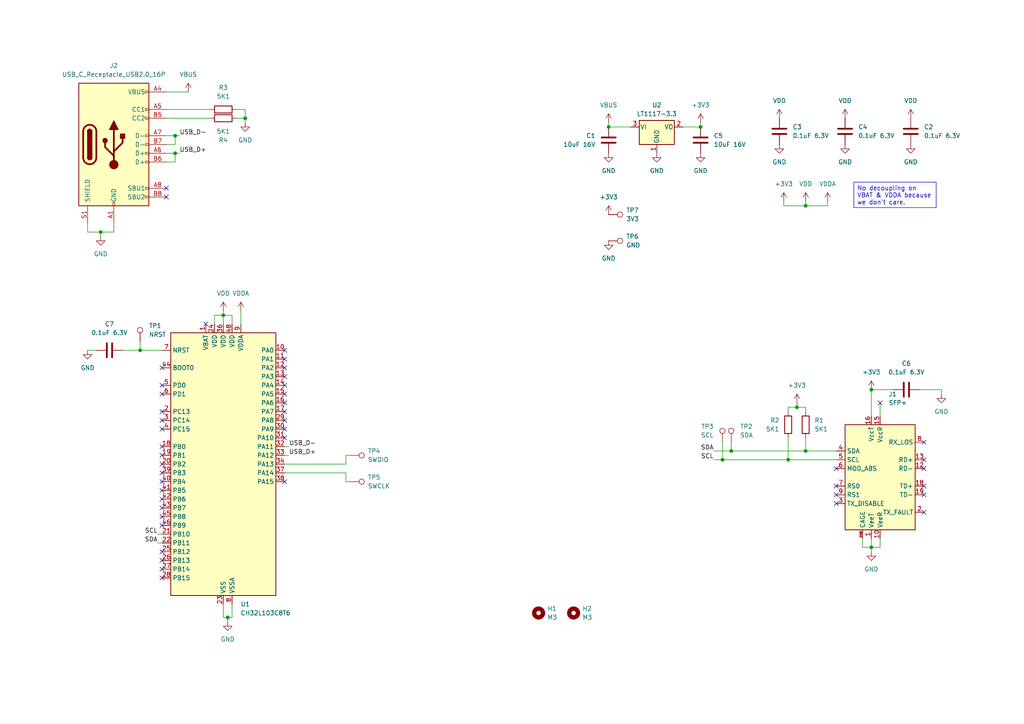
<source format=kicad_sch>
(kicad_sch (version 20250114) (generator "eeschema") (generator_version "9.0")
  (paper "A4")
  (title_block (title "SFP Stick") (date "2025-05-06") (rev "A") (company "B4CKSP4CE") (comment 1 "CERN-OHL-S") (comment 2 "@heyflo"))
  (lib_symbols
    (symbol "BKSP:MCU_CH32L103C8T6"
      (property "Reference" "U" (at -15.24 39.37 0))
      (property "Value" "CH32L103C8T6" (at 7.62 39.37 0))
      (symbol "MCU_CH32L103C8T6_0_1"
        (rectangle (start -15.24 -38.1) (end 15.24 38.1) (stroke (width 0.254)) (fill (type background)))
      )
      (symbol "MCU_CH32L103C8T6_1_1"
        (pin input line (at -17.78 33.02 0) (length 2.54) (name "NRST") (number "7"))
        (pin input line (at -17.78 27.94 0) (length 2.54) (name "BOOT0") (number "44"))
        (pin bidirectional line (at -17.78 22.86 0) (length 2.54) (name "PD0") (number "5"))
        (pin bidirectional line (at -17.78 20.32 0) (length 2.54) (name "PD1") (number "6"))
        (pin bidirectional line (at -17.78 15.24 0) (length 2.54) (name "PC13") (number "2"))
        (pin bidirectional line (at -17.78 12.7 0) (length 2.54) (name "PC14") (number "3"))
        (pin bidirectional line (at -17.78 10.16 0) (length 2.54) (name "PC15") (number "4"))
        (pin bidirectional line (at -17.78 5.08 0) (length 2.54) (name "PB0") (number "18"))
        (pin bidirectional line (at -17.78 2.54 0) (length 2.54) (name "PB1") (number "19"))
        (pin bidirectional line (at -17.78 0 0) (length 2.54) (name "PB2") (number "20"))
        (pin bidirectional line (at -17.78 -2.54 0) (length 2.54) (name "PB3") (number "39"))
        (pin bidirectional line (at -17.78 -5.08 0) (length 2.54) (name "PB4") (number "40"))
        (pin bidirectional line (at -17.78 -7.62 0) (length 2.54) (name "PB5") (number "41"))
        (pin bidirectional line (at -17.78 -10.16 0) (length 2.54) (name "PB6") (number "42"))
        (pin bidirectional line (at -17.78 -12.7 0) (length 2.54) (name "PB7") (number "43"))
        (pin bidirectional line (at -17.78 -15.24 0) (length 2.54) (name "PB8") (number "45"))
        (pin bidirectional line (at -17.78 -17.78 0) (length 2.54) (name "PB9") (number "46"))
        (pin bidirectional line (at -17.78 -20.32 0) (length 2.54) (name "PB10") (number "21"))
        (pin bidirectional line (at -17.78 -22.86 0) (length 2.54) (name "PB11") (number "22"))
        (pin bidirectional line (at -17.78 -25.4 0) (length 2.54) (name "PB12") (number "25"))
        (pin bidirectional line (at -17.78 -27.94 0) (length 2.54) (name "PB13") (number "26"))
        (pin bidirectional line (at -17.78 -30.48 0) (length 2.54) (name "PB14") (number "27"))
        (pin bidirectional line (at -17.78 -33.02 0) (length 2.54) (name "PB15") (number "28"))
        (pin power_in line (at -5.08 40.64 270) (length 2.54) (name "VBAT") (number "1"))
        (pin power_in line (at -2.54 40.64 270) (length 2.54) (name "VDD") (number "24"))
        (pin power_in line (at 0 40.64 270) (length 2.54) (name "VDD") (number "36"))
        (pin power_in line (at 0 -40.64 90) (length 2.54) (name "VSS") (number "23"))
        (pin passive line (at 0 -40.64 90) (length 2.54) (hide yes) (name "VSS") (number "35"))
        (pin passive line (at 0 -40.64 90) (length 2.54) (hide yes) (name "VSS") (number "47"))
        (pin power_in line (at 2.54 40.64 270) (length 2.54) (name "VDD") (number "48"))
        (pin power_in line (at 2.54 -40.64 90) (length 2.54) (name "VSSA") (number "8"))
        (pin power_in line (at 5.08 40.64 270) (length 2.54) (name "VDDA") (number "9"))
        (pin bidirectional line (at 17.78 33.02 180) (length 2.54) (name "PA0") (number "10"))
        (pin bidirectional line (at 17.78 30.48 180) (length 2.54) (name "PA1") (number "11"))
        (pin bidirectional line (at 17.78 27.94 180) (length 2.54) (name "PA2") (number "12"))
        (pin bidirectional line (at 17.78 25.4 180) (length 2.54) (name "PA3") (number "13"))
        (pin bidirectional line (at 17.78 22.86 180) (length 2.54) (name "PA4") (number "14"))
        (pin bidirectional line (at 17.78 20.32 180) (length 2.54) (name "PA5") (number "15"))
        (pin bidirectional line (at 17.78 17.78 180) (length 2.54) (name "PA6") (number "16"))
        (pin bidirectional line (at 17.78 15.24 180) (length 2.54) (name "PA7") (number "17"))
        (pin bidirectional line (at 17.78 12.7 180) (length 2.54) (name "PA8") (number "29"))
        (pin bidirectional line (at 17.78 10.16 180) (length 2.54) (name "PA9") (number "30"))
        (pin bidirectional line (at 17.78 7.62 180) (length 2.54) (name "PA10") (number "31"))
        (pin bidirectional line (at 17.78 5.08 180) (length 2.54) (name "PA11") (number "32"))
        (pin bidirectional line (at 17.78 2.54 180) (length 2.54) (name "PA12") (number "33"))
        (pin bidirectional line (at 17.78 0 180) (length 2.54) (name "PA13") (number "34"))
        (pin bidirectional line (at 17.78 -2.54 180) (length 2.54) (name "PA14") (number "37"))
        (pin bidirectional line (at 17.78 -5.08 180) (length 2.54) (name "PA15") (number "38"))
      )
    )
    (symbol "Connector:TestPoint" (pin_numbers (hide yes)) (pin_names (offset 0.762) (hide yes))
      (property "Reference" "TP" (at 0 6.858 0))
      (property "Value" "TestPoint" (at 0 5.08 0))
      (symbol "TestPoint_0_1"
        (circle (center 0 3.302) (radius 0.762))
      )
      (symbol "TestPoint_1_1"
        (pin passive line (at 0 0 90) (length 2.54) (name "1") (number "1"))
      )
    )
    (symbol "Connector:USB_C_Receptacle_USB2.0_16P" (pin_names (offset 1.016))
      (property "Reference" "J" (at 0 22.225 0))
      (property "Value" "USB_C_Receptacle_USB2.0_16P" (at 0 19.685 0))
      (symbol "USB_C_Receptacle_USB2.0_16P_0_0"
        (rectangle (start -0.254 -17.78) (end 0.254 -16.764))
        (rectangle (start 10.16 15.494) (end 9.144 14.986))
        (rectangle (start 10.16 10.414) (end 9.144 9.906))
        (rectangle (start 10.16 7.874) (end 9.144 7.366))
        (rectangle (start 10.16 2.794) (end 9.144 2.286))
        (rectangle (start 10.16 0.254) (end 9.144 -0.254))
        (rectangle (start 10.16 -2.286) (end 9.144 -2.794))
        (rectangle (start 10.16 -4.826) (end 9.144 -5.334))
        (rectangle (start 10.16 -12.446) (end 9.144 -12.954))
        (rectangle (start 10.16 -14.986) (end 9.144 -15.494))
      )
      (symbol "USB_C_Receptacle_USB2.0_16P_0_1"
        (rectangle (start -10.16 17.78) (end 10.16 -17.78) (stroke (width 0.254)) (fill (type background)))
        (polyline (pts (xy -8.89 -3.81) (xy -8.89 3.81)) (stroke (width 0.508)))
        (rectangle (start -7.62 -3.81) (end -6.35 3.81) (stroke (width 0.254)) (fill (type outline)))
        (arc (start -7.62 3.81) (mid -6.985 4.4423) (end -6.35 3.81) (stroke (width 0.254)))
        (arc (start -7.62 3.81) (mid -6.985 4.4423) (end -6.35 3.81) (stroke (width 0.254)) (fill (type outline)))
        (arc (start -8.89 3.81) (mid -6.985 5.7067) (end -5.08 3.81) (stroke (width 0.508)))
        (arc (start -5.08 -3.81) (mid -6.985 -5.7067) (end -8.89 -3.81) (stroke (width 0.508)))
        (arc (start -6.35 -3.81) (mid -6.985 -4.4423) (end -7.62 -3.81) (stroke (width 0.254)))
        (arc (start -6.35 -3.81) (mid -6.985 -4.4423) (end -7.62 -3.81) (stroke (width 0.254)) (fill (type outline)))
        (polyline (pts (xy -5.08 3.81) (xy -5.08 -3.81)) (stroke (width 0.508)))
        (circle (center -2.54 1.143) (radius 0.635) (stroke (width 0.254)) (fill (type outline)))
        (polyline (pts (xy -1.27 4.318) (xy 0 6.858) (xy 1.27 4.318) (xy -1.27 4.318)) (stroke (width 0.254)) (fill (type outline)))
        (polyline (pts (xy 0 -2.032) (xy 2.54 0.508) (xy 2.54 1.778)) (stroke (width 0.508)))
        (polyline (pts (xy 0 -3.302) (xy -2.54 -0.762) (xy -2.54 0.508)) (stroke (width 0.508)))
        (polyline (pts (xy 0 -5.842) (xy 0 4.318)) (stroke (width 0.508)))
        (circle (center 0 -5.842) (radius 1.27) (fill (type outline)))
        (rectangle (start 1.905 1.778) (end 3.175 3.048) (stroke (width 0.254)) (fill (type outline)))
      )
      (symbol "USB_C_Receptacle_USB2.0_16P_1_1"
        (pin passive line (at -7.62 -22.86 90) (length 5.08) (name "SHIELD") (number "S1"))
        (pin passive line (at 0 -22.86 90) (length 5.08) (name "GND") (number "A1"))
        (pin passive line (at 0 -22.86 90) (length 5.08) (hide yes) (name "GND") (number "A12"))
        (pin passive line (at 0 -22.86 90) (length 5.08) (hide yes) (name "GND") (number "B1"))
        (pin passive line (at 0 -22.86 90) (length 5.08) (hide yes) (name "GND") (number "B12"))
        (pin passive line (at 15.24 15.24 180) (length 5.08) (name "VBUS") (number "A4"))
        (pin passive line (at 15.24 15.24 180) (length 5.08) (hide yes) (name "VBUS") (number "A9"))
        (pin passive line (at 15.24 15.24 180) (length 5.08) (hide yes) (name "VBUS") (number "B4"))
        (pin passive line (at 15.24 15.24 180) (length 5.08) (hide yes) (name "VBUS") (number "B9"))
        (pin bidirectional line (at 15.24 10.16 180) (length 5.08) (name "CC1") (number "A5"))
        (pin bidirectional line (at 15.24 7.62 180) (length 5.08) (name "CC2") (number "B5"))
        (pin bidirectional line (at 15.24 2.54 180) (length 5.08) (name "D-") (number "A7"))
        (pin bidirectional line (at 15.24 0 180) (length 5.08) (name "D-") (number "B7"))
        (pin bidirectional line (at 15.24 -2.54 180) (length 5.08) (name "D+") (number "A6"))
        (pin bidirectional line (at 15.24 -5.08 180) (length 5.08) (name "D+") (number "B6"))
        (pin bidirectional line (at 15.24 -12.7 180) (length 5.08) (name "SBU1") (number "A8"))
        (pin bidirectional line (at 15.24 -15.24 180) (length 5.08) (name "SBU2") (number "B8"))
      )
    )
    (symbol "Device:C" (pin_numbers (hide yes)) (pin_names (offset 0.254))
      (property "Reference" "C" (at 0.635 2.54 0))
      (property "Value" "C" (at 0.635 -2.54 0))
      (symbol "C_0_1"
        (polyline (pts (xy -2.032 0.762) (xy 2.032 0.762)) (stroke (width 0.508)))
        (polyline (pts (xy -2.032 -0.762) (xy 2.032 -0.762)) (stroke (width 0.508)))
      )
      (symbol "C_1_1"
        (pin passive line (at 0 3.81 270) (length 2.794) (name "~") (number "1"))
        (pin passive line (at 0 -3.81 90) (length 2.794) (name "~") (number "2"))
      )
    )
    (symbol "Device:R" (pin_numbers (hide yes)) (pin_names (offset 0))
      (property "Reference" "R" (at 2.032 0 90))
      (property "Value" "R" (at 0 0 90))
      (symbol "R_0_1"
        (rectangle (start -1.016 -2.54) (end 1.016 2.54) (stroke (width 0.254)))
      )
      (symbol "R_1_1"
        (pin passive line (at 0 3.81 270) (length 1.27) (name "~") (number "1"))
        (pin passive line (at 0 -3.81 90) (length 1.27) (name "~") (number "2"))
      )
    )
    (symbol "Interface_Optical:SFP+"
      (property "Reference" "J" (at -8.89 16.51 0))
      (property "Value" "SFP+" (at 11.43 16.51 0))
      (symbol "SFP+_0_0"
        (rectangle (start -10.16 15.24) (end 10.16 -15.24) (stroke (width 0.254)) (fill (type background)))
      )
      (symbol "SFP+_1_1"
        (pin bidirectional line (at -12.7 7.62 0) (length 2.54) (name "SDA") (number "4"))
        (pin input line (at -12.7 5.08 0) (length 2.54) (name "SCL") (number "5"))
        (pin passive line (at -12.7 2.54 0) (length 2.54) (name "MOD_ABS") (number "6"))
        (pin input line (at -12.7 -2.54 0) (length 2.54) (name "RS0") (number "7"))
        (pin input line (at -12.7 -5.08 0) (length 2.54) (name "RS1") (number "9"))
        (pin input line (at -12.7 -7.62 0) (length 2.54) (name "TX_DISABLE") (number "3"))
        (pin passive line (at -5.08 -17.78 90) (length 2.54) (name "CAGE") (number "CAGE"))
        (pin power_in line (at -2.54 17.78 270) (length 2.54) (name "VccT") (number "16"))
        (pin power_in line (at -2.54 -17.78 90) (length 2.54) (name "VeeT") (number "1"))
        (pin passive line (at -2.54 -17.78 90) (length 2.54) (hide yes) (name "VeeT") (number "17"))
        (pin passive line (at -2.54 -17.78 90) (length 2.54) (hide yes) (name "VeeT") (number "20"))
        (pin power_in line (at 0 17.78 270) (length 2.54) (name "VccR") (number "15"))
        (pin power_in line (at 0 -17.78 90) (length 2.54) (name "VeeR") (number "10"))
        (pin passive line (at 0 -17.78 90) (length 2.54) (hide yes) (name "VeeR") (number "11"))
        (pin passive line (at 0 -17.78 90) (length 2.54) (hide yes) (name "VeeR") (number "14"))
        (pin open_collector line (at 12.7 10.16 180) (length 2.54) (name "RX_LOS") (number "8"))
        (pin output line (at 12.7 5.08 180) (length 2.54) (name "RD+") (number "13"))
        (pin output line (at 12.7 2.54 180) (length 2.54) (name "RD-") (number "12"))
        (pin input line (at 12.7 -2.54 180) (length 2.54) (name "TD+") (number "18"))
        (pin input line (at 12.7 -5.08 180) (length 2.54) (name "TD-") (number "19"))
        (pin open_collector line (at 12.7 -10.16 180) (length 2.54) (name "TX_FAULT") (number "2"))
      )
    )
    (symbol "Mechanical:MountingHole" (pin_names (offset 1.016)) (in_bom no)
      (property "Reference" "H" (at 0 5.08 0))
      (property "Value" "MountingHole" (at 0 3.175 0))
      (symbol "MountingHole_0_1"
        (circle (center 0 0) (radius 1.27) (stroke (width 1.27)))
      )
    )
    (symbol "Regulator_Linear:LT1117-3.3" (pin_names (offset 0.254))
      (property "Reference" "U" (at -3.81 3.175 0))
      (property "Value" "LT1117-3.3" (at 0 3.175 0))
      (symbol "LT1117-3.3_0_1"
        (rectangle (start -5.08 -5.08) (end 5.08 1.905) (stroke (width 0.254)) (fill (type background)))
      )
      (symbol "LT1117-3.3_1_1"
        (pin power_in line (at -7.62 0 0) (length 2.54) (name "VI") (number "3"))
        (pin power_in line (at 0 -7.62 90) (length 2.54) (name "GND") (number "1"))
        (pin power_out line (at 7.62 0 180) (length 2.54) (name "VO") (number "2"))
      )
    )
    (symbol "power:+3.3V" (power) (pin_numbers (hide yes)) (pin_names (offset 0) (hide yes))
      (property "Value" "+3.3V" (at 0 3.556 0))
      (symbol "+3.3V_0_1"
        (polyline (pts (xy -0.762 1.27) (xy 0 2.54)))
        (polyline (pts (xy 0 2.54) (xy 0.762 1.27)))
        (polyline (pts (xy 0 0) (xy 0 2.54)))
      )
      (symbol "+3.3V_1_1"
        (pin power_in line (at 0 0 90) (length 0) (name "~") (number "1"))
      )
    )
    (symbol "power:+3V3" (power) (pin_numbers (hide yes)) (pin_names (offset 0) (hide yes))
      (property "Value" "+3V3" (at 0 3.556 0))
      (symbol "+3V3_0_1"
        (polyline (pts (xy -0.762 1.27) (xy 0 2.54)))
        (polyline (pts (xy 0 2.54) (xy 0.762 1.27)))
        (polyline (pts (xy 0 0) (xy 0 2.54)))
      )
      (symbol "+3V3_1_1"
        (pin power_in line (at 0 0 90) (length 0) (name "~") (number "1"))
      )
    )
    (symbol "power:GND" (power) (pin_numbers (hide yes)) (pin_names (offset 0) (hide yes))
      (property "Value" "GND" (at 0 -3.81 0))
      (symbol "GND_0_1"
        (polyline (pts (xy 0 0) (xy 0 -1.27) (xy 1.27 -1.27) (xy 0 -2.54) (xy -1.27 -1.27) (xy 0 -1.27)))
      )
      (symbol "GND_1_1"
        (pin power_in line (at 0 0 270) (length 0) (name "~") (number "1"))
      )
    )
    (symbol "power:VBUS" (power) (pin_numbers (hide yes)) (pin_names (offset 0) (hide yes))
      (property "Value" "VBUS" (at 0 3.556 0))
      (symbol "VBUS_0_1"
        (polyline (pts (xy -0.762 1.27) (xy 0 2.54)))
        (polyline (pts (xy 0 2.54) (xy 0.762 1.27)))
        (polyline (pts (xy 0 0) (xy 0 2.54)))
      )
      (symbol "VBUS_1_1"
        (pin power_in line (at 0 0 90) (length 0) (name "~") (number "1"))
      )
    )
    (symbol "power:VDD" (power) (pin_numbers (hide yes)) (pin_names (offset 0) (hide yes))
      (property "Value" "VDD" (at 0 3.556 0))
      (symbol "VDD_0_1"
        (polyline (pts (xy -0.762 1.27) (xy 0 2.54)))
        (polyline (pts (xy 0 2.54) (xy 0.762 1.27)))
        (polyline (pts (xy 0 0) (xy 0 2.54)))
      )
      (symbol "VDD_1_1"
        (pin power_in line (at 0 0 90) (length 0) (name "~") (number "1"))
      )
    )
    (symbol "power:VDDA" (power) (pin_numbers (hide yes)) (pin_names (offset 0) (hide yes))
      (property "Value" "VDDA" (at 0 3.556 0))
      (symbol "VDDA_0_1"
        (polyline (pts (xy -0.762 1.27) (xy 0 2.54)))
        (polyline (pts (xy 0 2.54) (xy 0.762 1.27)))
        (polyline (pts (xy 0 0) (xy 0 2.54)))
      )
      (symbol "VDDA_1_1"
        (pin power_in line (at 0 0 90) (length 0) (name "~") (number "1"))
      )
    )
  )
  (text_box "No decoupling on VBAT & VDDA because we don't care." (at 247.65 52.832 0) (size 23.876 7.366) (margins 0.9525 0.9525 0.9525 0.9525) (effects (font (size 1.27 1.27)) (justify left top)))
  (junction (at 64.77 91.44))
  (junction (at 66.04 179.07))
  (junction (at 233.68 130.81))
  (junction (at 176.53 36.83))
  (junction (at 203.2 36.83))
  (junction (at 29.21 67.31))
  (junction (at 209.55 133.35))
  (junction (at 40.64 101.6))
  (junction (at 233.68 59.69))
  (junction (at 228.6 133.35))
  (junction (at 50.8 39.37))
  (junction (at 231.14 118.11))
  (junction (at 252.73 113.03))
  (junction (at 50.8 44.45))
  (junction (at 252.73 158.75))
  (junction (at 212.09 130.81))
  (junction (at 71.12 34.29))
  (no_connect (at 46.99 129.54))
  (no_connect (at 82.55 111.76))
  (no_connect (at 82.55 116.84))
  (no_connect (at 46.99 119.38))
  (no_connect (at 82.55 109.22))
  (no_connect (at 46.99 162.56))
  (no_connect (at 46.99 139.7))
  (no_connect (at 267.97 148.59))
  (no_connect (at 267.97 135.89))
  (no_connect (at 46.99 160.02))
  (no_connect (at 46.99 132.08))
  (no_connect (at 82.55 121.92))
  (no_connect (at 46.99 137.16))
  (no_connect (at 48.26 57.15))
  (no_connect (at 46.99 106.68))
  (no_connect (at 82.55 101.6))
  (no_connect (at 267.97 128.27))
  (no_connect (at 242.57 135.89))
  (no_connect (at 82.55 104.14))
  (no_connect (at 242.57 140.97))
  (no_connect (at 82.55 139.7))
  (no_connect (at 267.97 133.35))
  (no_connect (at 82.55 106.68))
  (no_connect (at 59.69 93.98))
  (no_connect (at 46.99 144.78))
  (no_connect (at 46.99 142.24))
  (no_connect (at 267.97 140.97))
  (no_connect (at 46.99 111.76))
  (no_connect (at 82.55 114.3))
  (no_connect (at 46.99 124.46))
  (no_connect (at 46.99 167.64))
  (no_connect (at 46.99 134.62))
  (no_connect (at 48.26 54.61))
  (no_connect (at 46.99 121.92))
  (no_connect (at 242.57 143.51))
  (no_connect (at 82.55 124.46))
  (no_connect (at 46.99 114.3))
  (no_connect (at 82.55 127))
  (no_connect (at 242.57 146.05))
  (no_connect (at 46.99 165.1))
  (no_connect (at 255.27 116.84))
  (no_connect (at 46.99 152.4))
  (no_connect (at 46.99 147.32))
  (no_connect (at 46.99 149.86))
  (no_connect (at 267.97 143.51))
  (no_connect (at 82.55 119.38))
  (wire (pts (xy 50.8 41.91) (xy 50.8 39.37)))
  (wire (pts (xy 176.53 35.56) (xy 176.53 36.83)))
  (wire (pts (xy 212.09 128.27) (xy 212.09 130.81)))
  (wire (pts (xy 255.27 156.21) (xy 255.27 158.75)))
  (wire (pts (xy 198.12 36.83) (xy 203.2 36.83)))
  (wire (pts (xy 228.6 119.38) (xy 228.6 118.11)))
  (wire (pts (xy 67.31 175.26) (xy 67.31 179.07)))
  (wire (pts (xy 25.4 101.6) (xy 27.94 101.6)))
  (wire (pts (xy 212.09 130.81) (xy 233.68 130.81)))
  (wire (pts (xy 50.8 39.37) (xy 52.07 39.37)))
  (wire (pts (xy 33.02 67.31) (xy 29.21 67.31)))
  (wire (pts (xy 48.26 44.45) (xy 50.8 44.45)))
  (wire (pts (xy 233.68 118.11) (xy 231.14 118.11)))
  (wire (pts (xy 67.31 91.44) (xy 64.77 91.44)))
  (wire (pts (xy 233.68 59.69) (xy 240.03 59.69)))
  (wire (pts (xy 50.8 44.45) (xy 50.8 46.99)))
  (wire (pts (xy 255.27 158.75) (xy 252.73 158.75)))
  (wire (pts (xy 101.6 139.7) (xy 100.33 139.7)))
  (wire (pts (xy 233.68 58.42) (xy 233.68 59.69)))
  (wire (pts (xy 209.55 128.27) (xy 209.55 133.35)))
  (wire (pts (xy 25.4 67.31) (xy 29.21 67.31)))
  (wire (pts (xy 100.33 137.16) (xy 82.55 137.16)))
  (wire (pts (xy 209.55 133.35) (xy 228.6 133.35)))
  (wire (pts (xy 66.04 179.07) (xy 64.77 179.07)))
  (wire (pts (xy 203.2 35.56) (xy 203.2 36.83)))
  (wire (pts (xy 64.77 175.26) (xy 64.77 179.07)))
  (wire (pts (xy 66.04 180.34) (xy 66.04 179.07)))
  (wire (pts (xy 233.68 130.81) (xy 242.57 130.81)))
  (wire (pts (xy 48.26 39.37) (xy 50.8 39.37)))
  (wire (pts (xy 40.64 99.06) (xy 40.64 101.6)))
  (wire (pts (xy 83.82 129.54) (xy 82.55 129.54)))
  (wire (pts (xy 100.33 139.7) (xy 100.33 137.16)))
  (wire (pts (xy 33.02 64.77) (xy 33.02 67.31)))
  (wire (pts (xy 266.7 113.03) (xy 273.05 113.03)))
  (wire (pts (xy 207.01 133.35) (xy 209.55 133.35)))
  (wire (pts (xy 40.64 101.6) (xy 46.99 101.6)))
  (wire (pts (xy 48.26 31.75) (xy 60.96 31.75)))
  (wire (pts (xy 233.68 127) (xy 233.68 130.81)))
  (wire (pts (xy 68.58 34.29) (xy 71.12 34.29)))
  (wire (pts (xy 64.77 93.98) (xy 64.77 91.44)))
  (wire (pts (xy 255.27 116.84) (xy 255.27 120.65)))
  (wire (pts (xy 48.26 41.91) (xy 50.8 41.91)))
  (wire (pts (xy 62.23 91.44) (xy 62.23 93.98)))
  (wire (pts (xy 48.26 46.99) (xy 50.8 46.99)))
  (wire (pts (xy 100.33 134.62) (xy 82.55 134.62)))
  (wire (pts (xy 250.19 156.21) (xy 250.19 158.75)))
  (wire (pts (xy 45.72 157.48) (xy 46.99 157.48)))
  (wire (pts (xy 64.77 90.17) (xy 64.77 91.44)))
  (wire (pts (xy 273.05 114.3) (xy 273.05 113.03)))
  (wire (pts (xy 50.8 44.45) (xy 52.07 44.45)))
  (wire (pts (xy 35.56 101.6) (xy 40.64 101.6)))
  (wire (pts (xy 228.6 133.35) (xy 242.57 133.35)))
  (wire (pts (xy 69.85 90.17) (xy 69.85 93.98)))
  (wire (pts (xy 228.6 118.11) (xy 231.14 118.11)))
  (wire (pts (xy 68.58 31.75) (xy 71.12 31.75)))
  (wire (pts (xy 67.31 179.07) (xy 66.04 179.07)))
  (wire (pts (xy 29.21 67.31) (xy 29.21 68.58)))
  (wire (pts (xy 25.4 64.77) (xy 25.4 67.31)))
  (wire (pts (xy 45.72 154.94) (xy 46.99 154.94)))
  (wire (pts (xy 71.12 35.56) (xy 71.12 34.29)))
  (wire (pts (xy 227.33 59.69) (xy 233.68 59.69)))
  (wire (pts (xy 252.73 113.03) (xy 252.73 120.65)))
  (wire (pts (xy 233.68 119.38) (xy 233.68 118.11)))
  (wire (pts (xy 64.77 91.44) (xy 62.23 91.44)))
  (wire (pts (xy 67.31 93.98) (xy 67.31 91.44)))
  (wire (pts (xy 250.19 158.75) (xy 252.73 158.75)))
  (wire (pts (xy 231.14 118.11) (xy 231.14 116.84)))
  (wire (pts (xy 252.73 113.03) (xy 259.08 113.03)))
  (wire (pts (xy 252.73 156.21) (xy 252.73 158.75)))
  (wire (pts (xy 240.03 59.69) (xy 240.03 58.42)))
  (wire (pts (xy 227.33 58.42) (xy 227.33 59.69)))
  (wire (pts (xy 83.82 132.08) (xy 82.55 132.08)))
  (wire (pts (xy 54.61 26.67) (xy 48.26 26.67)))
  (wire (pts (xy 100.33 132.08) (xy 100.33 134.62)))
  (wire (pts (xy 71.12 31.75) (xy 71.12 34.29)))
  (wire (pts (xy 252.73 158.75) (xy 252.73 160.02)))
  (wire (pts (xy 228.6 127) (xy 228.6 133.35)))
  (wire (pts (xy 48.26 34.29) (xy 60.96 34.29)))
  (wire (pts (xy 101.6 132.08) (xy 100.33 132.08)))
  (wire (pts (xy 207.01 130.81) (xy 212.09 130.81)))
  (wire (pts (xy 182.88 36.83) (xy 176.53 36.83)))
  (label "SCL" (at 45.72 154.94 180))
  (label "SCL" (at 207.01 133.35 180))
  (label "SDA" (at 207.01 130.81 180))
  (label "USB_D-" (at 83.82 129.54 0))
  (label "USB_D+" (at 83.82 132.08 0))
  (label "USB_D-" (at 52.07 39.37 0))
  (label "SDA" (at 45.72 157.48 180))
  (label "USB_D+" (at 52.07 44.45 0))
  (symbol (lib_id "Device:C") (at 262.89 113.03 90) (unit 1)
    (property "Reference" "C6" (at 262.89 105.41 90))
    (property "Value" "0.1uF 6.3V" (at 262.89 107.95 90))
    (property "Footprint" "Capacitor_SMD:C_0805_2012Metric" (effects (hide yes)))
    (property "Description" "Unpolarized capacitor" (effects (hide yes)))
  )
  (symbol (lib_id "Connector:TestPoint") (at 209.55 128.27 0) (unit 1)
    (property "Reference" "TP3" (at 207.01 123.698 0) (effects (justify right)))
    (property "Value" "SCL" (at 207.01 126.238 0) (effects (justify right)))
    (property "Footprint" "TestPoint:TestPoint_Pad_1.5x1.5mm" (effects (hide yes)))
    (property "Description" "test point" (effects (hide yes)))
  )
  (symbol (lib_id "power:GND") (at 66.04 180.34 0) (unit 1)
    (property "Reference" "#PWR08" (effects (hide yes)))
    (property "Value" "GND" (at 66.04 185.42 0))
    (property "Description" "Power symbol creates a global label with name \"GND\" , ground" (effects (hide yes)))
  )
  (symbol (lib_id "power:+3.3V") (at 231.14 116.84 0) (unit 1)
    (property "Reference" "#PWR06" (effects (hide yes)))
    (property "Value" "+3V3" (at 231.14 111.76 0))
    (property "Description" "Power symbol creates a global label with name \"+3.3V\"" (effects (hide yes)))
  )
  (symbol (lib_id "power:VDD") (at 264.16 34.29 0) (unit 1)
    (property "Reference" "#PWR022" (effects (hide yes)))
    (property "Value" "VDD" (at 264.16 29.21 0))
    (property "Description" "Power symbol creates a global label with name \"VDD\"" (effects (hide yes)))
  )
  (symbol (lib_id "power:VBUS") (at 54.61 26.67 0) (unit 1)
    (property "Reference" "#PWR04" (effects (hide yes)))
    (property "Value" "VBUS" (at 54.61 21.59 0))
    (property "Description" "Power symbol creates a global label with name \"VBUS\"" (effects (hide yes)))
  )
  (symbol (lib_id "Device:C") (at 245.11 38.1 0) (unit 1)
    (property "Reference" "C4" (at 248.92 36.83 0) (effects (justify left)))
    (property "Value" "0.1uF 6.3V" (at 248.92 39.37 0) (effects (justify left)))
    (property "Footprint" "Capacitor_SMD:C_0805_2012Metric" (effects (hide yes)))
    (property "Description" "Unpolarized capacitor" (effects (hide yes)))
  )
  (symbol (lib_id "Device:R") (at 228.6 123.19 0) (mirror y) (unit 1)
    (property "Reference" "R2" (at 226.06 121.92 0) (effects (justify left)))
    (property "Value" "5K1" (at 226.06 124.46 0) (effects (justify left)))
    (property "Footprint" "Resistor_SMD:R_0805_2012Metric" (effects (hide yes)))
    (property "Description" "Resistor" (effects (hide yes)))
  )
  (symbol (lib_id "Mechanical:MountingHole") (at 166.37 177.8 0) (unit 1) (in_bom no)
    (property "Reference" "H2" (at 168.91 176.53 0) (effects (justify left)))
    (property "Value" "M3" (at 168.91 179.07 0) (effects (justify left)))
    (property "Footprint" "MountingHole:MountingHole_3.2mm_M3_ISO7380_Pad" (effects (hide yes)))
    (property "Description" "Mounting Hole without connection" (effects (hide yes)))
  )
  (symbol (lib_id "power:GND") (at 176.53 44.45 0) (unit 1)
    (property "Reference" "#PWR013" (effects (hide yes)))
    (property "Value" "GND" (at 176.53 49.53 0))
    (property "Description" "Power symbol creates a global label with name \"GND\" , ground" (effects (hide yes)))
  )
  (symbol (lib_id "Connector:TestPoint") (at 176.53 62.23 270) (unit 1)
    (property "Reference" "TP7" (at 181.61 60.96 90) (effects (justify left)))
    (property "Value" "3V3" (at 181.61 63.5 90) (effects (justify left)))
    (property "Footprint" "TestPoint:TestPoint_Pad_D1.5mm" (effects (hide yes)))
    (property "Description" "test point" (effects (hide yes)))
  )
  (symbol (lib_id "power:VDDA") (at 69.85 90.17 0) (unit 1)
    (property "Reference" "#PWR010" (effects (hide yes)))
    (property "Value" "VDDA" (at 69.85 85.09 0))
    (property "Description" "Power symbol creates a global label with name \"VDDA\"" (effects (hide yes)))
  )
  (symbol (lib_id "power:GND") (at 264.16 41.91 0) (unit 1)
    (property "Reference" "#PWR023" (effects (hide yes)))
    (property "Value" "GND" (at 264.16 46.99 0))
    (property "Description" "Power symbol creates a global label with name \"GND\" , ground" (effects (hide yes)))
  )
  (symbol (lib_id "Device:C") (at 203.2 40.64 0) (unit 1)
    (property "Reference" "C5" (at 207.01 39.37 0) (effects (justify left)))
    (property "Value" "10uF 16V" (at 207.01 41.91 0) (effects (justify left)))
    (property "Footprint" "Capacitor_SMD:C_0805_2012Metric" (effects (hide yes)))
    (property "Description" "Unpolarized capacitor" (effects (hide yes)))
  )
  (symbol (lib_id "Device:C") (at 226.06 38.1 0) (unit 1)
    (property "Reference" "C3" (at 229.87 36.83 0) (effects (justify left)))
    (property "Value" "0.1uF 6.3V" (at 229.87 39.37 0) (effects (justify left)))
    (property "Footprint" "Capacitor_SMD:C_0805_2012Metric" (effects (hide yes)))
    (property "Description" "Unpolarized capacitor" (effects (hide yes)))
  )
  (symbol (lib_id "Connector:TestPoint") (at 212.09 128.27 0) (mirror y) (unit 1)
    (property "Reference" "TP2" (at 214.63 123.698 0) (effects (justify right)))
    (property "Value" "SDA" (at 214.63 126.238 0) (effects (justify right)))
    (property "Footprint" "TestPoint:TestPoint_Pad_D1.5mm" (effects (hide yes)))
    (property "Description" "test point" (effects (hide yes)))
  )
  (symbol (lib_id "Device:R") (at 233.68 123.19 0) (unit 1)
    (property "Reference" "R1" (at 236.22 121.92 0) (effects (justify left)))
    (property "Value" "5K1" (at 236.22 124.46 0) (effects (justify left)))
    (property "Footprint" "Resistor_SMD:R_0805_2012Metric" (effects (hide yes)))
    (property "Description" "Resistor" (effects (hide yes)))
  )
  (symbol (lib_id "Connector:TestPoint") (at 101.6 139.7 270) (unit 1)
    (property "Reference" "TP5" (at 106.68 138.43 90) (effects (justify left)))
    (property "Value" "SWCLK" (at 106.68 140.97 90) (effects (justify left)))
    (property "Footprint" "TestPoint:TestPoint_Pad_1.5x1.5mm" (effects (hide yes)))
    (property "Description" "test point" (effects (hide yes)))
  )
  (symbol (lib_id "power:VBUS") (at 176.53 35.56 0) (unit 1)
    (property "Reference" "#PWR03" (effects (hide yes)))
    (property "Value" "VBUS" (at 176.53 30.48 0))
    (property "Description" "Power symbol creates a global label with name \"VBUS\"" (effects (hide yes)))
  )
  (symbol (lib_id "Mechanical:MountingHole") (at 156.21 177.8 0) (unit 1) (in_bom no)
    (property "Reference" "H1" (at 158.75 176.53 0) (effects (justify left)))
    (property "Value" "M3" (at 158.75 179.07 0) (effects (justify left)))
    (property "Footprint" "MountingHole:MountingHole_3.2mm_M3_ISO7380_Pad" (effects (hide yes)))
    (property "Description" "Mounting Hole without connection" (effects (hide yes)))
  )
  (symbol (lib_id "power:GND") (at 245.11 41.91 0) (unit 1)
    (property "Reference" "#PWR021" (effects (hide yes)))
    (property "Value" "GND" (at 245.11 46.99 0))
    (property "Description" "Power symbol creates a global label with name \"GND\" , ground" (effects (hide yes)))
  )
  (symbol (lib_id "Interface_Optical:SFP+") (at 255.27 138.43 0) (unit 1)
    (property "Reference" "J1" (at 257.7163 114.3 0) (effects (justify left)))
    (property "Value" "SFP+" (at 257.7163 116.84 0) (effects (justify left)))
    (property "Footprint" "BKSP:Connector_SFP_NoCage" (effects (hide yes)))
    (property "Datasheet" "https://members.snia.org/document/dl/25892" (effects (hide yes)))
    (property "Description" "Connector for Small Form Factor Pluggable (SFP+) module, 10 Gbit/s, serial-to-serial data-agnostic optical transceiver" (effects (hide yes)))
  )
  (symbol (lib_id "power:GND") (at 176.53 69.85 0) (unit 1)
    (property "Reference" "#PWR027" (effects (hide yes)))
    (property "Value" "GND" (at 176.53 74.93 0))
    (property "Description" "Power symbol creates a global label with name \"GND\" , ground" (effects (hide yes)))
  )
  (symbol (lib_id "BKSP:MCU_CH32L103C8T6") (at 64.77 134.62 0) (unit 1)
    (property "Reference" "U1" (at 69.7563 175.26 0) (effects (justify left)))
    (property "Value" "CH32L103C8T6" (at 69.7563 177.8 0) (effects (justify left)))
    (property "Footprint" "Package_QFP:LQFP-48_7x7mm_P0.5mm" (effects (hide yes)))
    (property "Datasheet" "https://www.wch-ic.com/downloads/CH32L103DS0_PDF.html" (effects (hide yes)))
    (property "Description" "32-bit PDUSB Low-power MCU CH32L103" (effects (hide yes)))
  )
  (symbol (lib_id "power:GND") (at 71.12 35.56 0) (unit 1)
    (property "Reference" "#PWR07" (effects (hide yes)))
    (property "Value" "GND" (at 71.12 40.64 0))
    (property "Description" "Power symbol creates a global label with name \"GND\" , ground" (effects (hide yes)))
  )
  (symbol (lib_id "Device:R") (at 64.77 34.29 90) (mirror x) (unit 1)
    (property "Reference" "R4" (at 64.77 40.64 90))
    (property "Value" "5K1" (at 64.77 38.1 90))
    (property "Footprint" "Resistor_SMD:R_0805_2012Metric" (effects (hide yes)))
    (property "Description" "Resistor" (effects (hide yes)))
  )
  (symbol (lib_id "power:GND") (at 273.05 114.3 0) (unit 1)
    (property "Reference" "#PWR02" (effects (hide yes)))
    (property "Value" "GND" (at 273.05 119.38 0))
    (property "Description" "Power symbol creates a global label with name \"GND\" , ground" (effects (hide yes)))
  )
  (symbol (lib_id "Device:C") (at 264.16 38.1 0) (unit 1)
    (property "Reference" "C2" (at 267.97 36.83 0) (effects (justify left)))
    (property "Value" "0.1uF 6.3V" (at 267.97 39.37 0) (effects (justify left)))
    (property "Footprint" "Capacitor_SMD:C_0805_2012Metric" (effects (hide yes)))
    (property "Description" "Unpolarized capacitor" (effects (hide yes)))
  )
  (symbol (lib_id "Device:C") (at 31.75 101.6 270) (mirror x) (unit 1)
    (property "Reference" "C7" (at 31.75 93.98 90))
    (property "Value" "0.1uF 6.3V" (at 31.75 96.52 90))
    (property "Footprint" "Capacitor_SMD:C_0805_2012Metric" (effects (hide yes)))
    (property "Description" "Unpolarized capacitor" (effects (hide yes)))
  )
  (symbol (lib_id "power:+3V3") (at 203.2 35.56 0) (unit 1)
    (property "Reference" "#PWR017" (effects (hide yes)))
    (property "Value" "+3V3" (at 203.2 30.48 0))
    (property "Description" "Power symbol creates a global label with name \"+3V3\"" (effects (hide yes)))
  )
  (symbol (lib_id "power:+3.3V") (at 252.73 113.03 0) (unit 1)
    (property "Reference" "#PWR05" (effects (hide yes)))
    (property "Value" "+3V3" (at 252.73 107.95 0))
    (property "Description" "Power symbol creates a global label with name \"+3.3V\"" (effects (hide yes)))
  )
  (symbol (lib_id "power:+3V3") (at 176.53 62.23 0) (unit 1)
    (property "Reference" "#PWR028" (effects (hide yes)))
    (property "Value" "+3V3" (at 176.53 57.15 0))
    (property "Description" "Power symbol creates a global label with name \"+3V3\"" (effects (hide yes)))
  )
  (symbol (lib_id "Regulator_Linear:LT1117-3.3") (at 190.5 36.83 0) (unit 1)
    (property "Reference" "U2" (at 190.5 30.48 0))
    (property "Value" "LT1117-3.3" (at 190.5 33.02 0))
    (property "Footprint" "Package_TO_SOT_SMD:SOT-223-3_TabPin2" (effects (hide yes)))
    (property "Datasheet" "https://www.analog.com/media/en/technical-documentation/data-sheets/1117fd.pdf" (effects (hide yes)))
    (property "Description" "800mA Low-Dropout Linear Regulator, 3.3V fixed output, SOT-223/TO-263" (effects (hide yes)))
  )
  (symbol (lib_id "power:GND") (at 190.5 44.45 0) (unit 1)
    (property "Reference" "#PWR016" (effects (hide yes)))
    (property "Value" "GND" (at 190.5 49.53 0))
    (property "Description" "Power symbol creates a global label with name \"GND\" , ground" (effects (hide yes)))
  )
  (symbol (lib_id "power:VDDA") (at 240.03 58.42 0) (unit 1)
    (property "Reference" "#PWR025" (effects (hide yes)))
    (property "Value" "VDDA" (at 240.03 53.34 0))
    (property "Description" "Power symbol creates a global label with name \"VDDA\"" (effects (hide yes)))
  )
  (symbol (lib_id "power:VDD") (at 64.77 90.17 0) (unit 1)
    (property "Reference" "#PWR09" (effects (hide yes)))
    (property "Value" "VDD" (at 64.77 85.09 0))
    (property "Description" "Power symbol creates a global label with name \"VDD\"" (effects (hide yes)))
  )
  (symbol (lib_id "power:GND") (at 226.06 41.91 0) (unit 1)
    (property "Reference" "#PWR019" (effects (hide yes)))
    (property "Value" "GND" (at 226.06 46.99 0))
    (property "Description" "Power symbol creates a global label with name \"GND\" , ground" (effects (hide yes)))
  )
  (symbol (lib_id "power:GND") (at 29.21 68.58 0) (unit 1)
    (property "Reference" "#PWR014" (effects (hide yes)))
    (property "Value" "GND" (at 29.21 73.66 0))
    (property "Description" "Power symbol creates a global label with name \"GND\" , ground" (effects (hide yes)))
  )
  (symbol (lib_id "power:+3V3") (at 227.33 58.42 0) (unit 1)
    (property "Reference" "#PWR018" (effects (hide yes)))
    (property "Value" "+3V3" (at 227.33 53.34 0))
    (property "Description" "Power symbol creates a global label with name \"+3V3\"" (effects (hide yes)))
  )
  (symbol (lib_id "power:VDD") (at 226.06 34.29 0) (unit 1)
    (property "Reference" "#PWR012" (effects (hide yes)))
    (property "Value" "VDD" (at 226.06 29.21 0))
    (property "Description" "Power symbol creates a global label with name \"VDD\"" (effects (hide yes)))
  )
  (symbol (lib_id "Device:R") (at 64.77 31.75 90) (unit 1)
    (property "Reference" "R3" (at 64.77 25.4 90))
    (property "Value" "5K1" (at 64.77 27.94 90))
    (property "Footprint" "Resistor_SMD:R_0805_2012Metric" (effects (hide yes)))
    (property "Description" "Resistor" (effects (hide yes)))
  )
  (symbol (lib_id "Connector:USB_C_Receptacle_USB2.0_16P") (at 33.02 41.91 0) (unit 1)
    (property "Reference" "J2" (at 33.02 19.05 0))
    (property "Value" "USB_C_Receptacle_USB2.0_16P" (at 33.02 21.59 0))
    (property "Footprint" "Connector_USB:USB_C_Receptacle_GCT_USB4105-xx-A_16P_TopMnt_Horizontal" (effects (hide yes)))
    (property "Datasheet" "https://www.usb.org/sites/default/files/documents/usb_type-c.zip" (effects (hide yes)))
    (property "Description" "USB 2.0-only 16P Type-C Receptacle connector" (effects (hide yes)))
  )
  (symbol (lib_id "power:GND") (at 25.4 101.6 0) (mirror y) (unit 1)
    (property "Reference" "#PWR026" (effects (hide yes)))
    (property "Value" "GND" (at 25.4 106.68 0))
    (property "Description" "Power symbol creates a global label with name \"GND\" , ground" (effects (hide yes)))
  )
  (symbol (lib_id "power:VDD") (at 233.68 58.42 0) (unit 1)
    (property "Reference" "#PWR024" (effects (hide yes)))
    (property "Value" "VDD" (at 233.68 53.34 0))
    (property "Description" "Power symbol creates a global label with name \"VDD\"" (effects (hide yes)))
  )
  (symbol (lib_id "power:VDD") (at 245.11 34.29 0) (unit 1)
    (property "Reference" "#PWR020" (effects (hide yes)))
    (property "Value" "VDD" (at 245.11 29.21 0))
    (property "Description" "Power symbol creates a global label with name \"VDD\"" (effects (hide yes)))
  )
  (symbol (lib_id "power:GND") (at 203.2 44.45 0) (unit 1)
    (property "Reference" "#PWR015" (effects (hide yes)))
    (property "Value" "GND" (at 203.2 49.53 0))
    (property "Description" "Power symbol creates a global label with name \"GND\" , ground" (effects (hide yes)))
  )
  (symbol (lib_id "Connector:TestPoint") (at 101.6 132.08 270) (unit 1)
    (property "Reference" "TP4" (at 106.68 130.81 90) (effects (justify left)))
    (property "Value" "SWDIO" (at 106.68 133.35 90) (effects (justify left)))
    (property "Footprint" "TestPoint:TestPoint_Pad_D1.5mm" (effects (hide yes)))
    (property "Description" "test point" (effects (hide yes)))
  )
  (symbol (lib_id "power:GND") (at 252.73 160.02 0) (unit 1)
    (property "Reference" "#PWR01" (effects (hide yes)))
    (property "Value" "GND" (at 252.73 165.1 0))
    (property "Description" "Power symbol creates a global label with name \"GND\" , ground" (effects (hide yes)))
  )
  (symbol (lib_id "Connector:TestPoint") (at 176.53 69.85 270) (unit 1)
    (property "Reference" "TP6" (at 181.61 68.58 90) (effects (justify left)))
    (property "Value" "GND" (at 181.61 71.12 90) (effects (justify left)))
    (property "Footprint" "TestPoint:TestPoint_Pad_1.5x1.5mm" (effects (hide yes)))
    (property "Description" "test point" (effects (hide yes)))
  )
  (symbol (lib_id "Device:C") (at 176.53 40.64 0) (mirror y) (unit 1)
    (property "Reference" "C1" (at 172.72 39.37 0) (effects (justify left)))
    (property "Value" "10uF 16V" (at 172.72 41.91 0) (effects (justify left)))
    (property "Footprint" "Capacitor_SMD:C_0805_2012Metric" (effects (hide yes)))
    (property "Description" "Unpolarized capacitor" (effects (hide yes)))
  )
  (symbol (lib_id "Connector:TestPoint") (at 40.64 99.06 0) (unit 1)
    (property "Reference" "TP1" (at 43.18 94.488 0) (effects (justify left)))
    (property "Value" "NRST" (at 43.18 97.028 0) (effects (justify left)))
    (property "Footprint" "TestPoint:TestPoint_Pad_1.0x1.0mm" (effects (hide yes)))
    (property "Description" "test point" (effects (hide yes)))
  )
)
</source>
